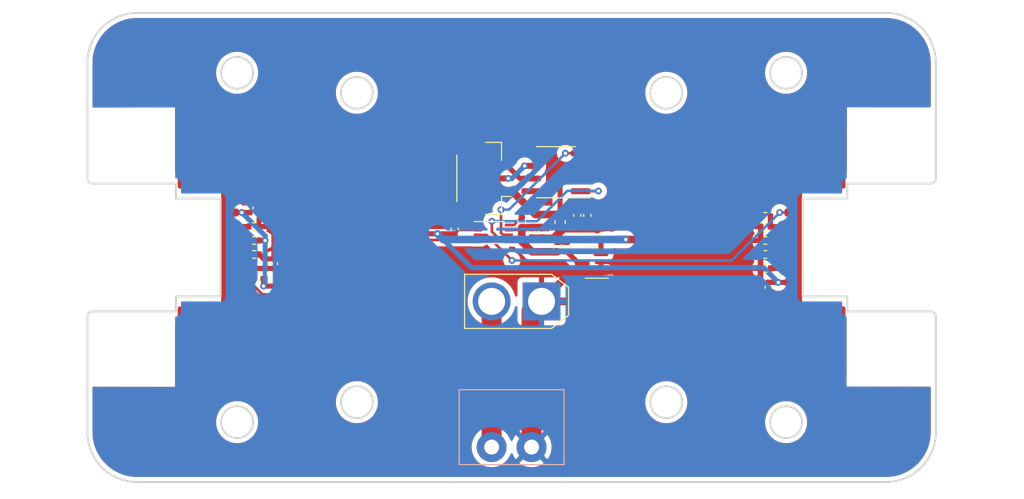
<source format=kicad_pcb>
(kicad_pcb (version 20211014) (generator pcbnew)
  (layers (0 "F.Cu" signal) (31 "B.Cu" signal) (34 "B.Paste" user) (35 "F.Paste" user) (36 "B.SilkS" user "B.Silkscreen") (37 "F.SilkS" user "F.Silkscreen") (38 "B.Mask" user) (39 "F.Mask" user) (44 "Edge.Cuts" user))
  (net 0 "")
  (net 1 "GND")
  (net 2 "+1V8")
  (net 3 "Net-(C2-Pad1)")
  (net 4 "CANFD_L")
  (net 5 "Net-(C7-Pad1)")
  (net 6 "+24V")
  (net 7 "CANFD_H")
  (net 8 "+5V")
  (net 9 "Net-(C17-Pad1)")
  (net 10 "Net-(R1-Pad2)")
  (net 11 "Net-(R2-Pad1)")
  (net 12 "Net-(R4-Pad1)")
  (net 13 "Net-(R6-Pad2)")
  (net 14 "Net-(R7-Pad1)")
  (net 15 "Net-(R8-Pad2)")
  (net 16 "Net-(R12-Pad1)")
  (net 19 "RX_1V8")
  (net 22 "CANFD_TX")
  (net 23 "CANFD_RX")
  (net 28 "TX_1V8")
  (footprint "Capacitor_SMD:C_0402_1005Metric" (layer "F.Cu") (at 102.03 58.48 -90)
    (fp_text reference "C23" hide)
    (fp_text value "10uf/50V/0402" hide)
    (fp_line (start -0.107836 0.36) (end 0.107836 0.36) (layer "F.SilkS") (width 0.12))
    (fp_line (start -0.107836 -0.36) (end 0.107836 -0.36) (layer "F.SilkS") (width 0.12))
    (pad "1" smd roundrect (at -0.48 0 270) (size 0.56 0.62) (layers "F.Cu" "F.Paste" "F.Mask") (net 8 "+5V"))
    (pad "2" smd roundrect (at 0.48 0 270) (size 0.56 0.62) (layers "F.Cu" "F.Paste" "F.Mask") (net 1 "GND"))
  )
  (footprint "Resistor_SMD:R_0402_1005Metric" (layer "F.Cu") (at 101.02 57.49 -90)
    (fp_text reference "R12" hide)
    (fp_text value "1k/0402" hide)
    (fp_line (start -0.153641 -0.38) (end 0.153641 -0.38) (layer "F.SilkS") (width 0.12))
    (fp_line (start -0.153641 0.38) (end 0.153641 0.38) (layer "F.SilkS") (width 0.12))
    (pad "1" smd roundrect (at -0.51 0 270) (size 0.54 0.64) (layers "F.Cu" "F.Paste" "F.Mask") (net 16 "Net-(R12-Pad1)"))
    (pad "2" smd roundrect (at 0.51 0 270) (size 0.54 0.64) (layers "F.Cu" "F.Paste" "F.Mask") (net 8 "+5V"))
  )
  (footprint "Resistor_SMD:R_0402_1005Metric" (layer "F.Cu") (at 75.15 62.61 -90)
    (fp_text reference "R3" hide)
    (fp_text value "1k/0402" hide)
    (fp_line (start -0.153641 -0.38) (end 0.153641 -0.38) (layer "F.SilkS") (width 0.12))
    (fp_line (start -0.153641 0.38) (end 0.153641 0.38) (layer "F.SilkS") (width 0.12))
    (pad "1" smd roundrect (at -0.51 0 270) (size 0.54 0.64) (layers "F.Cu" "F.Paste" "F.Mask") (net 3 "Net-(C2-Pad1)"))
    (pad "2" smd roundrect (at 0.51 0 270) (size 0.54 0.64) (layers "F.Cu" "F.Paste" "F.Mask") (net 2 "+1V8"))
  )
  (footprint "Package_SO:SOIC-8_3.9x4.9mm_P1.27mm" (layer "F.Cu") (at 104.44 52.46 180)
    (fp_text reference "U2" hide)
    (fp_text value "TJA1042T" hide)
    (fp_line (start 0 2.56) (end 1.95 2.56) (layer "F.SilkS") (width 0.12))
    (fp_line (start 0 2.56) (end -1.95 2.56) (layer "F.SilkS") (width 0.12))
    (fp_line (start 0 -2.56) (end -3.45 -2.56) (layer "F.SilkS") (width 0.12))
    (fp_line (start 0 -2.56) (end 1.95 -2.56) (layer "F.SilkS") (width 0.12))
    (pad "1" smd roundrect (at -2.475 -1.905 180) (size 1.95 0.6) (layers "F.Cu" "F.Paste" "F.Mask") (net 22 "CANFD_TX"))
    (pad "2" smd roundrect (at -2.475 -0.635 180) (size 1.95 0.6) (layers "F.Cu" "F.Paste" "F.Mask") (net 1 "GND"))
    (pad "3" smd roundrect (at -2.475 0.635 180) (size 1.95 0.6) (layers "F.Cu" "F.Paste" "F.Mask") (net 8 "+5V"))
    (pad "4" smd roundrect (at -2.475 1.905 180) (size 1.95 0.6) (layers "F.Cu" "F.Paste" "F.Mask") (net 23 "CANFD_RX"))
    (pad "5" smd roundrect (at 2.475 1.905 180) (size 1.95 0.6) (layers "F.Cu" "F.Paste" "F.Mask"))
    (pad "6" smd roundrect (at 2.475 0.635 180) (size 1.95 0.6) (layers "F.Cu" "F.Paste" "F.Mask") (net 4 "CANFD_L"))
    (pad "7" smd roundrect (at 2.475 -0.635 180) (size 1.95 0.6) (layers "F.Cu" "F.Paste" "F.Mask") (net 7 "CANFD_H"))
    (pad "8" smd roundrect (at 2.475 -1.905 180) (size 1.95 0.6) (layers "F.Cu" "F.Paste" "F.Mask"))
  )
  (footprint "Resistor_SMD:R_0402_1005Metric" (layer "F.Cu") (at 74.21 60.7)
    (fp_text reference "R2" hide)
    (fp_text value "1k/0402" hide)
    (fp_line (start -0.153641 0.38) (end 0.153641 0.38) (layer "F.SilkS") (width 0.12))
    (fp_line (start -0.153641 -0.38) (end 0.153641 -0.38) (layer "F.SilkS") (width 0.12))
    (pad "1" smd roundrect (at -0.51 0) (size 0.54 0.64) (layers "F.Cu" "F.Paste" "F.Mask") (net 11 "Net-(R2-Pad1)"))
    (pad "2" smd roundrect (at 0.51 0) (size 0.54 0.64) (layers "F.Cu" "F.Paste" "F.Mask") (net 1 "GND"))
  )
  (footprint "Capacitor_SMD:C_0402_1005Metric" (layer "F.Cu") (at 104.57 59.95 90)
    (fp_text reference "C14" hide)
    (fp_text value "10uf/50V/0402" hide)
    (fp_line (start -0.107836 -0.36) (end 0.107836 -0.36) (layer "F.SilkS") (width 0.12))
    (fp_line (start -0.107836 0.36) (end 0.107836 0.36) (layer "F.SilkS") (width 0.12))
    (pad "1" smd roundrect (at -0.48 0 90) (size 0.56 0.62) (layers "F.Cu" "F.Paste" "F.Mask") (net 8 "+5V"))
    (pad "2" smd roundrect (at 0.48 0 90) (size 0.56 0.62) (layers "F.Cu" "F.Paste" "F.Mask") (net 1 "GND"))
  )
  (footprint "Resistor_SMD:R_0402_1005Metric" (layer "F.Cu") (at 125.42 56.88 180)
    (fp_text reference "R9" hide)
    (fp_text value "1k/0402" hide)
    (fp_line (start -0.153641 -0.38) (end 0.153641 -0.38) (layer "F.SilkS") (width 0.12))
    (fp_line (start -0.153641 0.38) (end 0.153641 0.38) (layer "F.SilkS") (width 0.12))
    (pad "1" smd roundrect (at -0.51 0 180) (size 0.54 0.64) (layers "F.Cu" "F.Paste" "F.Mask") (net 5 "Net-(C7-Pad1)"))
    (pad "2" smd roundrect (at 0.51 0 180) (size 0.54 0.64) (layers "F.Cu" "F.Paste" "F.Mask") (net 2 "+1V8"))
  )
  (footprint "Capacitor_SMD:C_0402_1005Metric" (layer "F.Cu") (at 125.44 57.91 180)
    (fp_text reference "C7" hide)
    (fp_text value "10uf/50V/0402" hide)
    (fp_line (start -0.107836 0.36) (end 0.107836 0.36) (layer "F.SilkS") (width 0.12))
    (fp_line (start -0.107836 -0.36) (end 0.107836 -0.36) (layer "F.SilkS") (width 0.12))
    (pad "1" smd roundrect (at -0.48 0 180) (size 0.56 0.62) (layers "F.Cu" "F.Paste" "F.Mask") (net 5 "Net-(C7-Pad1)"))
    (pad "2" smd roundrect (at 0.48 0 180) (size 0.56 0.62) (layers "F.Cu" "F.Paste" "F.Mask") (net 1 "GND"))
  )
  (footprint "Inductor_SMD:L_0402_1005Metric" (layer "F.Cu") (at 110.08 59.2)
    (fp_text reference "L2" hide)
    (fp_text value "LQW15AN1N3D10D" hide)
    (pad "1" smd roundrect (at -0.485 0) (size 0.59 0.64) (layers "F.Cu" "F.Paste" "F.Mask") (net 9 "Net-(C17-Pad1)"))
    (pad "2" smd roundrect (at 0.485 0) (size 0.59 0.64) (layers "F.Cu" "F.Paste" "F.Mask") (net 2 "+1V8"))
  )
  (footprint "Capacitor_SMD:C_0402_1005Metric" (layer "F.Cu") (at 105.55 59.95 90)
    (fp_text reference "C15" hide)
    (fp_text value "100nF/50V/0402" hide)
    (fp_line (start -0.107836 0.36) (end 0.107836 0.36) (layer "F.SilkS") (width 0.12))
    (fp_line (start -0.107836 -0.36) (end 0.107836 -0.36) (layer "F.SilkS") (width 0.12))
    (pad "1" smd roundrect (at -0.48 0 90) (size 0.56 0.62) (layers "F.Cu" "F.Paste" "F.Mask") (net 8 "+5V"))
    (pad "2" smd roundrect (at 0.48 0 90) (size 0.56 0.62) (layers "F.Cu" "F.Paste" "F.Mask") (net 1 "GND"))
  )
  (footprint "Rolling_Custom:SKA2P1" (layer "F.Cu") (at 135 60 90)
    (fp_text reference "U3" hide)
    (fp_text value "SKA2P1_RX" hide)
    (fp_line (start 4.9 -5.85) (end 4.9 -1.37) (layer "Edge.Cuts") (width 0.2))
    (fp_line (start 4.9 -1.37) (end 6.4 -1.37) (layer "Edge.Cuts") (width 0.2))
    (fp_line (start -6.4 -1.37) (end -6.4 7) (layer "Edge.Cuts") (width 0.2))
    (fp_line (start -4.9 -1.37) (end -6.4 -1.37) (layer "Edge.Cuts") (width 0.2))
    (fp_line (start -4.9 -5.85) (end 4.9 -5.85) (layer "Edge.Cuts") (width 0.2))
    (fp_line (start 6.4 -1.37) (end 6.4 7) (layer "Edge.Cuts") (width 0.2))
    (fp_line (start -4.9 -5.85) (end -4.9 -1.37) (layer "Edge.Cuts") (width 0.2))
    (pad "1" smd roundrect (at 6.45 -1.95 90) (size 1.1 0.8) (layers "F.Cu" "F.Paste" "F.Mask") (net 1 "GND"))
    (pad "2" smd roundrect (at 6.45 -3.35 90) (size 1.1 0.8) (layers "F.Cu" "F.Paste" "F.Mask"))
    (pad "3" smd roundrect (at 6.45 -4.75 90) (size 1.1 0.8) (layers "F.Cu" "F.Paste" "F.Mask"))
    (pad "4" smd roundrect (at 6.45 -6.15 90) (size 1.1 0.8) (layers "F.Cu" "F.Paste" "F.Mask") (net 1 "GND"))
    (pad "5" smd roundrect (at 3.5 -7.1 180) (size 1.1 0.8) (layers "F.Cu" "F.Paste" "F.Mask") (net 28 "TX_1V8"))
    (pad "6" smd roundrect (at 2.1 -7.1 180) (size 1.1 0.8) (layers "F.Cu" "F.Paste" "F.Mask") (net 5 "Net-(C7-Pad1)"))
    (pad "7" smd roundrect (at 0.7 -7.1 180) (size 1.1 0.8) (layers "F.Cu" "F.Paste" "F.Mask") (net 14 "Net-(R7-Pad1)"))
    (pad "8" smd roundrect (at -0.7 -7.1 180) (size 1.1 0.8) (layers "F.Cu" "F.Paste" "F.Mask") (net 15 "Net-(R8-Pad2)"))
    (pad "9" smd roundrect (at -2.1 -7.1 180) (size 1.1 0.8) (layers "F.Cu" "F.Paste" "F.Mask") (net 13 "Net-(R6-Pad2)"))
    (pad "10" smd roundrect (at -3.5 -7.1 180) (size 1.1 0.8) (layers "F.Cu" "F.Paste" "F.Mask") (net 2 "+1V8"))
    (pad "11" smd roundrect (at -6.45 -6.15 90) (size 1.1 0.8) (layers "F.Cu" "F.Paste" "F.Mask") (net 1 "GND"))
    (pad "12" smd roundrect (at -6.45 -4.75 90) (size 1.1 0.8) (layers "F.Cu" "F.Paste" "F.Mask"))
    (pad "13" smd roundrect (at -6.45 -3.35 90) (size 1.1 0.8) (layers "F.Cu" "F.Paste" "F.Mask"))
    (pad "14" smd roundrect (at -6.45 -1.95 90) (size 1.1 0.8) (layers "F.Cu" "F.Paste" "F.Mask") (net 1 "GND"))
  )
  (footprint "Capacitor_SMD:C_0402_1005Metric" (layer "F.Cu") (at 94.3 58.15 90)
    (fp_text reference "C13" hide)
    (fp_text value "100nF/50V/0402" hide)
    (fp_line (start -0.107836 -0.36) (end 0.107836 -0.36) (layer "F.SilkS") (width 0.12))
    (fp_line (start -0.107836 0.36) (end 0.107836 0.36) (layer "F.SilkS") (width 0.12))
    (pad "1" smd roundrect (at -0.48 0 90) (size 0.56 0.62) (layers "F.Cu" "F.Paste" "F.Mask") (net 2 "+1V8"))
    (pad "2" smd roundrect (at 0.48 0 90) (size 0.56 0.62) (layers "F.Cu" "F.Paste" "F.Mask") (net 1 "GND"))
  )
  (footprint "Rolling_Custom:SKA2P1" (layer "F.Cu") (at 65 60 -90)
    (fp_text reference "U1" hide)
    (fp_text value "SKA2P1_TX" hide)
    (fp_line (start -6.4 -1.37) (end -6.4 7) (layer "Edge.Cuts") (width 0.2))
    (fp_line (start 4.9 -1.37) (end 6.4 -1.37) (layer "Edge.Cuts") (width 0.2))
    (fp_line (start 6.4 -1.37) (end 6.4 7) (layer "Edge.Cuts") (width 0.2))
    (fp_line (start -4.9 -5.85) (end 4.9 -5.85) (layer "Edge.Cuts") (width 0.2))
    (fp_line (start -4.9 -1.37) (end -6.4 -1.37) (layer "Edge.Cuts") (width 0.2))
    (fp_line (start -4.9 -5.85) (end -4.9 -1.37) (layer "Edge.Cuts") (width 0.2))
    (fp_line (start 4.9 -5.85) (end 4.9 -1.37) (layer "Edge.Cuts") (width 0.2))
    (pad "1" smd roundrect (at 6.45 -1.95 270) (size 1.1 0.8) (layers "F.Cu" "F.Paste" "F.Mask") (net 1 "GND"))
    (pad "2" smd roundrect (at 6.45 -3.35 270) (size 1.1 0.8) (layers "F.Cu" "F.Paste" "F.Mask"))
    (pad "3" smd roundrect (at 6.45 -4.75 270) (size 1.1 0.8) (layers "F.Cu" "F.Paste" "F.Mask"))
    (pad "4" smd roundrect (at 6.45 -6.15 270) (size 1.1 0.8) (layers "F.Cu" "F.Paste" "F.Mask") (net 1 "GND"))
    (pad "5" smd roundrect (at 3.5 -7.1) (size 1.1 0.8) (layers "F.Cu" "F.Paste" "F.Mask") (net 19 "RX_1V8"))
    (pad "6" smd roundrect (at 2.1 -7.1) (size 1.1 0.8) (layers "F.Cu" "F.Paste" "F.Mask") (net 3 "Net-(C2-Pad1)"))
    (pad "7" smd roundrect (at 0.7 -7.1) (size 1.1 0.8) (layers "F.Cu" "F.Paste" "F.Mask") (net 11 "Net-(R2-Pad1)"))
    (pad "8" smd roundrect (at -0.7 -7.1) (size 1.1 0.8) (layers "F.Cu" "F.Paste" "F.Mask") (net 12 "Net-(R4-Pad1)"))
    (pad "9" smd roundrect (at -2.1 -7.1) (size 1.1 0.8) (layers "F.Cu" "F.Paste" "F.Mask") (net 10 "Net-(R1-Pad2)"))
    (pad "10" smd roundrect (at -3.5 -7.1) (size 1.1 0.8) (layers "F.Cu" "F.Paste" "F.Mask") (net 2 "+1V8"))
    (pad "11" smd roundrect (at -6.45 -6.15 270) (size 1.1 0.8) (layers "F.Cu" "F.Paste" "F.Mask") (net 1 "GND"))
    (pad "12" smd roundrect (at -6.45 -4.75 270) (size 1.1 0.8) (layers "F.Cu" "F.Paste" "F.Mask"))
    (pad "13" smd roundrect (at -6.45 -3.35 270) (size 1.1 0.8) (layers "F.Cu" "F.Paste" "F.Mask"))
    (pad "14" smd roundrect (at -6.45 -1.95 270) (size 1.1 0.8) (layers "F.Cu" "F.Paste" "F.Mask") (net 1 "GND"))
  )
  (footprint "Resistor_SMD:R_0402_1005Metric" (layer "F.Cu") (at 125.42 59.3 180)
    (fp_text reference "R7" hide)
    (fp_text value "1k/0402" hide)
    (fp_line (start -0.153641 0.38) (end 0.153641 0.38) (layer "F.SilkS") (width 0.12))
    (fp_line (start -0.153641 -0.38) (end 0.153641 -0.38) (layer "F.SilkS") (width 0.12))
    (pad "1" smd roundrect (at -0.51 0 180) (size 0.54 0.64) (layers "F.Cu" "F.Paste" "F.Mask") (net 14 "Net-(R7-Pad1)"))
    (pad "2" smd roundrect (at 0.51 0 180) (size 0.54 0.64) (layers "F.Cu" "F.Paste" "F.Mask") (net 1 "GND"))
  )
  (footprint "Capacitor_SMD:C_0402_1005Metric" (layer "F.Cu") (at 106.57 58.7 90)
    (fp_text reference "C17" hide)
    (fp_text value "10uf/50V/0402" hide)
    (fp_line (start -0.107836 -0.36) (end 0.107836 -0.36) (layer "F.SilkS") (width 0.12))
    (fp_line (start -0.107836 0.36) (end 0.107836 0.36) (layer "F.SilkS") (width 0.12))
    (pad "1" smd roundrect (at -0.48 0 90) (size 0.56 0.62) (layers "F.Cu" "F.Paste" "F.Mask") (net 9 "Net-(C17-Pad1)"))
    (pad "2" smd roundrect (at 0.48 0 90) (size 0.56 0.62) (layers "F.Cu" "F.Paste" "F.Mask") (net 1 "GND"))
  )
  (footprint "Capacitor_SMD:C_0402_1005Metric" (layer "F.Cu") (at 107.58 58.7 90)
    (fp_text reference "C18" hide)
    (fp_text value "100nF/50V/0402" hide)
    (fp_line (start -0.107836 -0.36) (end 0.107836 -0.36) (layer "F.SilkS") (width 0.12))
    (fp_line (start -0.107836 0.36) (end 0.107836 0.36) (layer "F.SilkS") (width 0.12))
    (pad "1" smd roundrect (at -0.48 0 90) (size 0.56 0.62) (layers "F.Cu" "F.Paste" "F.Mask") (net 9 "Net-(C17-Pad1)"))
    (pad "2" smd roundrect (at 0.48 0 90) (size 0.56 0.62) (layers "F.Cu" "F.Paste" "F.Mask") (net 1 "GND"))
  )
  (footprint "Capacitor_SMD:C_0402_1005Metric" (layer "F.Cu") (at 125.76 63.98 -90)
    (fp_text reference "C3" hide)
    (fp_text value "100nF/50V/0402" hide)
    (fp_line (start -0.107836 0.36) (end 0.107836 0.36) (layer "F.SilkS") (width 0.12))
    (fp_line (start -0.107836 -0.36) (end 0.107836 -0.36) (layer "F.SilkS") (width 0.12))
    (pad "1" smd roundrect (at -0.48 0 270) (size 0.56 0.62) (layers "F.Cu" "F.Paste" "F.Mask") (net 2 "+1V8"))
    (pad "2" smd roundrect (at 0.48 0 270) (size 0.56 0.62) (layers "F.Cu" "F.Paste" "F.Mask") (net 1 "GND"))
  )
  (footprint "Resistor_SMD:R_0402_1005Metric" (layer "F.Cu") (at 74.19 57.9 180)
    (fp_text reference "R1" hide)
    (fp_text value "1k/0402" hide)
    (fp_line (start -0.153641 0.38) (end 0.153641 0.38) (layer "F.SilkS") (width 0.12))
    (fp_line (start -0.153641 -0.38) (end 0.153641 -0.38) (layer "F.SilkS") (width 0.12))
    (pad "1" smd roundrect (at -0.51 0 180) (size 0.54 0.64) (layers "F.Cu" "F.Paste" "F.Mask") (net 1 "GND"))
    (pad "2" smd roundrect (at 0.51 0 180) (size 0.54 0.64) (layers "F.Cu" "F.Paste" "F.Mask") (net 10 "Net-(R1-Pad2)"))
  )
  (footprint "Connector_JST:JST_GH_BM03B-GHS-TBT_1x03-1MP_P1.25mm_Vertical" (layer "F.Cu") (at 97.13 53.08 90)
    (fp_text reference "J3" hide)
    (fp_text value "CANFD_In" hide)
    (fp_line (start 3.61 1.86) (end 1.81 1.86) (layer "F.SilkS") (width 0.12))
    (fp_line (start -1.81 1.86) (end -1.81 2.8) (layer "F.SilkS") (width 0.12))
    (fp_line (start -3.61 0.26) (end -3.61 1.86) (layer "F.SilkS") (width 0.12))
    (fp_line (start 3.61 0.26) (end 3.61 1.86) (layer "F.SilkS") (width 0.12))
    (fp_line (start -3.61 1.86) (end -1.81 1.86) (layer "F.SilkS") (width 0.12))
    (fp_line (start -2.34 -2.61) (end 2.34 -2.61) (layer "F.SilkS") (width 0.12))
    (pad "1" smd roundrect locked (at -1.25 1.95 90) (size 0.6 1.7) (layers "F.Cu" "F.Paste" "F.Mask") (net 8 "+5V"))
    (pad "2" smd roundrect locked (at 0 1.95 90) (size 0.6 1.7) (layers "F.Cu" "F.Paste" "F.Mask") (net 4 "CANFD_L"))
    (pad "3" smd roundrect locked (at 1.25 1.95 90) (size 0.6 1.7) (layers "F.Cu" "F.Paste" "F.Mask") (net 7 "CANFD_H"))
    (pad "MP" smd roundrect locked (at 3.1 -1.4 90) (size 1 2.8) (layers "F.Cu" "F.Paste" "F.Mask") (net 1 "GND"))
    (pad "MP" smd roundrect locked (at -3.1 -1.4 90) (size 1 2.8) (layers "F.Cu" "F.Paste" "F.Mask") (net 1 "GND"))
  )
  (footprint "Capacitor_SMD:C_0603_1608Metric" (layer "F.Cu") (at 104.86 57.47 -90)
    (fp_text reference "C8" hide)
    (fp_text value "47uf/50V/0603" hide)
    (fp_line (start -0.14058 0.51) (end 0.14058 0.51) (layer "F.SilkS") (width 0.12))
    (fp_line (start -0.14058 -0.51) (end 0.14058 -0.51) (layer "F.SilkS") (width 0.12))
    (pad "1" smd roundrect (at -0.775 0 270) (size 0.9 0.95) (layers "F.Cu" "F.Paste" "F.Mask") (net 8 "+5V"))
    (pad "2" smd roundrect (at 0.775 0 270) (size 0.9 0.95) (layers "F.Cu" "F.Paste" "F.Mask") (net 1 "GND"))
  )
  (footprint "Capacitor_SMD:C_0402_1005Metric" (layer "F.Cu") (at 107.59 56.78 -90)
    (fp_text reference "C5" hide)
    (fp_text value "100nF/50V/0402" hide)
    (fp_line (start -0.107836 -0.36) (end 0.107836 -0.36) (layer "F.SilkS") (width 0.12))
    (fp_line (start -0.107836 0.36) (end 0.107836 0.36) (layer "F.SilkS") (width 0.12))
    (pad "1" smd roundrect (at -0.48 0 270) (size 0.56 0.62) (layers "F.Cu" "F.Paste" "F.Mask") (net 8 "+5V"))
    (pad "2" smd roundrect (at 0.48 0 270) (size 0.56 0.62) (layers "F.Cu" "F.Paste" "F.Mask") (net 1 "GND"))
  )
  (footprint "Resistor_SMD:R_0402_1005Metric" (layer "F.Cu") (at 125.42 62.1)
    (fp_text reference "R6" hide)
    (fp_text value "1k/0402" hide)
    (fp_line (start -0.153641 0.38) (end 0.153641 0.38) (layer "F.SilkS") (width 0.12))
    (fp_line (start -0.153641 -0.38) (end 0.153641 -0.38) (layer "F.SilkS") (width 0.12))
    (pad "1" smd roundrect (at -0.51 0) (size 0.54 0.64) (layers "F.Cu" "F.Paste" "F.Mask") (net 1 "GND"))
    (pad "2" smd roundrect (at 0.51 0) (size 0.54 0.64) (layers "F.Cu" "F.Paste" "F.Mask") (net 13 "Net-(R6-Pad2)"))
  )
  (footprint "Package_TO_SOT_SMD:SOT-23" (layer "F.Cu") (at 108.02 61.52 180)
    (fp_text reference "U5" hide)
    (fp_text value "XC6206P182MR" hide)
    (fp_line (start 0 1.56) (end 0.65 1.56) (layer "F.SilkS") (width 0.12))
    (fp_line (start 0 -1.56) (end -1.675 -1.56) (layer "F.SilkS") (width 0.12))
    (fp_line (start 0 1.56) (end -0.65 1.56) (layer "F.SilkS") (width 0.12))
    (fp_line (start 0 -1.56) (end 0.65 -1.56) (layer "F.SilkS") (width 0.12))
    (pad "1" smd roundrect (at -0.9375 -0.95 180) (size 1.475 0.6) (layers "F.Cu" "F.Paste" "F.Mask") (net 1 "GND"))
    (pad "2" smd roundrect (at -0.9375 0.95 180) (size 1.475 0.6) (layers "F.Cu" "F.Paste" "F.Mask") (net 9 "Net-(C17-Pad1)"))
    (pad "3" smd roundrect (at 0.9375 0 180) (size 1.475 0.6) (layers "F.Cu" "F.Paste" "F.Mask") (net 8 "+5V"))
  )
  (footprint "Connector_AMASS:AMASS_XT30U-M_1x02_P5.0mm_Vertical" (layer "F.Cu") (at 103 65.4 180)
    (fp_text reference "J2" hide)
    (fp_text value "PowerIn" hide)
    (fp_line (start -2.71 1.41) (end -1.01 2.71) (layer "F.SilkS") (width 0.12))
    (fp_line (start 7.71 -2.71) (end 7.71 2.71) (layer "F.SilkS") (width 0.12))
    (fp_line (start -1.01 2.71) (end 7.71 2.71) (layer "F.SilkS") (width 0.12))
    (fp_line (start -1.01 -2.71) (end 7.71 -2.71) (layer "F.SilkS") (width 0.12))
    (fp_line (start -2.71 -1.41) (end -1.01 -2.71) (layer "F.SilkS") (width 0.12))
    (fp_line (start -2.71 -1.41) (end -2.71 1.41) (layer "F.SilkS") (width 0.12))
    (pad "1" thru_hole rect (at 0 0 180) (size 3.8 3.8) (drill 2.7) (layers *.Cu *.Mask) (net 1 "GND"))
    (pad "2" thru_hole circle (at 5 0 180) (size 3.8 3.8) (drill 2.7) (layers *.Cu *.Mask) (net 6 "+24V"))
  )
  (footprint "Capacitor_SMD:C_0402_1005Metric" (layer "F.Cu") (at 108.58 58.7 90)
    (fp_text reference "C19" hide)
    (fp_text value "22uF/6.3V/0402" hide)
    (fp_line (start -0.107836 0.36) (end 0.107836 0.36) (layer "F.SilkS") (width 0.12))
    (fp_line (start -0.107836 -0.36) (end 0.107836 -0.36) (layer "F.SilkS") (width 0.12))
    (pad "1" smd roundrect (at -0.48 0 90) (size 0.56 0.62) (layers "F.Cu" "F.Paste" "F.Mask") (net 9 "Net-(C17-Pad1)"))
    (pad "2" smd roundrect (at 0.48 0 90) (size 0.56 0.62) (layers "F.Cu" "F.Paste" "F.Mask") (net 1 "GND"))
  )
  (footprint "Capacitor_SMD:C_0402_1005Metric" (layer "F.Cu") (at 106.58 56.78 -90)
    (fp_text reference "C4" hide)
    (fp_text value "10uf/50V/0402" hide)
    (fp_line (start -0.107836 -0.36) (end 0.107836 -0.36) (layer "F.SilkS") (width 0.12))
    (fp_line (start -0.107836 0.36) (end 0.107836 0.36) (layer "F.SilkS") (width 0.12))
    (pad "1" smd roundrect (at -0.48 0 270) (size 0.56 0.62) (layers "F.Cu" "F.Paste" "F.Mask") (net 8 "+5V"))
    (pad "2" smd roundrect (at 0.48 0 270) (size 0.56 0.62) (layers "F.Cu" "F.Paste" "F.Mask") (net 1 "GND"))
  )
  (footprint "Resistor_SMD:R_0402_1005Metric" (layer "F.Cu") (at 74.2 59.3)
    (fp_text reference "R4" hide)
    (fp_text value "1k/0402" hide)
    (fp_line (start -0.153641 0.38) (end 0.153641 0.38) (layer "F.SilkS") (width 0.12))
    (fp_line (start -0.153641 -0.38) (end 0.153641 -0.38) (layer "F.SilkS") (width 0.12))
    (pad "1" smd roundrect (at -0.51 0) (size 0.54 0.64) (layers "F.Cu" "F.Paste" "F.Mask") (net 12 "Net-(R4-Pad1)"))
    (pad "2" smd roundrect (at 0.51 0) (size 0.54 0.64) (layers "F.Cu" "F.Paste" "F.Mask") (net 2 "+1V8"))
  )
  (footprint "Resistor_SMD:R_0402_1005Metric" (layer "F.Cu") (at 125.42 60.7)
    (fp_text reference "R8" hide)
    (fp_text value "1k/0402" hide)
    (fp_line (start -0.153641 -0.38) (end 0.153641 -0.38) (layer "F.SilkS") (width 0.12))
    (fp_line (start -0.153641 0.38) (end 0.153641 0.38) (layer "F.SilkS") (width 0.12))
    (pad "1" smd roundrect (at -0.51 0) (size 0.54 0.64) (layers "F.Cu" "F.Paste" "F.Mask") (net 1 "GND"))
    (pad "2" smd roundrect (at 0.51 0) (size 0.54 0.64) (layers "F.Cu" "F.Paste" "F.Mask") (net 15 "Net-(R8-Pad2)"))
  )
  (footprint "Capacitor_SMD:C_0402_1005Metric" (layer "F.Cu") (at 73.74 56.02 90)
    (fp_text reference "C1" hide)
    (fp_text value "100nF/50V/0402" hide)
    (fp_line (start -0.107836 0.36) (end 0.107836 0.36) (layer "F.SilkS") (width 0.12))
    (fp_line (start -0.107836 -0.36) (end 0.107836 -0.36) (layer "F.SilkS") (width 0.12))
    (pad "1" smd roundrect (at -0.48 0 90) (size 0.56 0.62) (layers "F.Cu" "F.Paste" "F.Mask") (net 2 "+1V8"))
    (pad "2" smd roundrect (at 0.48 0 90) (size 0.56 0.62) (layers "F.Cu" "F.Paste" "F.Mask") (net 1 "GND"))
  )
  (footprint "Capacitor_SMD:C_0402_1005Metric" (layer "F.Cu") (at 103.04 58.48 -90)
    (fp_text reference "C21" hide)
    (fp_text value "100nF/50V/0402" hide)
    (fp_line (start -0.107836 0.36) (end 0.107836 0.36) (layer "F.SilkS") (width 0.12))
    (fp_line (start -0.107836 -0.36) (end 0.107836 -0.36) (layer "F.SilkS") (width 0.12))
    (pad "1" smd roundrect (at -0.48 0 270) (size 0.56 0.62) (layers "F.Cu" "F.Paste" "F.Mask") (net 8 "+5V"))
    (pad "2" smd roundrect (at 0.48 0 270) (size 0.56 0.62) (layers "F.Cu" "F.Paste" "F.Mask") (net 1 "GND"))
  )
  (footprint "Capacitor_SMD:C_0402_1005Metric" (layer "F.Cu") (at 76.19 61.62 90)
    (fp_text reference "C2" hide)
    (fp_text value "10uf/50V/0402" hide)
    (fp_line (start -0.107836 0.36) (end 0.107836 0.36) (layer "F.SilkS") (width 0.12))
    (fp_line (start -0.107836 -0.36) (end 0.107836 -0.36) (layer "F.SilkS") (width 0.12))
    (pad "1" smd roundrect (at -0.48 0 90) (size 0.56 0.62) (layers "F.Cu" "F.Paste" "F.Mask") (net 3 "Net-(C2-Pad1)"))
    (pad "2" smd roundrect (at 0.48 0 90) (size 0.56 0.62) (layers "F.Cu" "F.Paste" "F.Mask") (net 1 "GND"))
  )
  (footprint "Package_SO:VSSOP-8_2.3x2mm_P0.5mm" (layer "F.Cu") (at 98.17 58.5)
    (fp_text reference "U6" hide)
    (fp_text value "LSF0102DCUR" hide)
    (fp_line (start 1.1 -1.1) (end -1.9 -1.1) (layer "F.SilkS") (width 0.12))
    (fp_line (start 1.1 1.1) (end -1.1 1.1) (layer "F.SilkS") (width 0.12))
    (pad "1" smd rect (at -1.55 -0.75 270) (size 0.3 0.8) (layers "F.Cu" "F.Paste" "F.Mask") (net 1 "GND"))
    (pad "2" smd rect (at -1.55 -0.25 270) (size 0.3 0.8) (layers "F.Cu" "F.Paste" "F.Mask") (net 2 "+1V8"))
    (pad "3" smd rect (at -1.55 0.25 270) (size 0.3 0.8) (layers "F.Cu" "F.Paste" "F.Mask") (net 28 "TX_1V8"))
    (pad "4" smd rect (at -1.55 0.75 270) (size 0.3 0.8) (layers "F.Cu" "F.Paste" "F.Mask") (net 19 "RX_1V8"))
    (pad "5" smd rect (at 1.55 0.75 270) (size 0.3 0.8) (layers "F.Cu" "F.Paste" "F.Mask") (net 22 "CANFD_TX"))
    (pad "6" smd rect (at 1.55 0.25 270) (size 0.3 0.8) (layers "F.Cu" "F.Paste" "F.Mask") (net 23 "CANFD_RX"))
    (pad "7" smd rect (at 1.55 -0.25 270) (size 0.3 0.8) (layers "F.Cu" "F.Paste" "F.Mask") (net 8 "+5V"))
    (pad "8" smd rect (at 1.55 -0.75 270) (size 0.3 0.8) (layers "F.Cu" "F.Paste" "F.Mask") (net 16 "Net-(R12-Pad1)"))
  )
  (footprint "Rolling_Custom:POGOPIN-E21160-ASB-2PIN" (layer "B.Cu") (at 100 80 180)
    (fp_text reference "J1" hide)
    (fp_text value "PowerOut" hide)
    (fp_rect (start -5.25 -1.75) (end 5.25 5.75) (layer "B.SilkS") (width 0.12) (fill none))
    (pad "1" thru_hole circle (at 2 0 180) (size 3 3) (drill 1.5) (layers *.Cu *.Mask) (net 6 "+24V"))
    (pad "2" thru_hole circle (at -2 0 180) (size 3 3) (drill 1.5) (layers *.Cu *.Mask) (net 1 "GND"))
  )
  (gr_line (start 142.5 78.5) (end 142.5 66.9) (layer "Edge.Cuts") (width 0.2))
  (gr_circle (center 127.5 77.5) (end 129.1 77.5) (layer "Edge.Cuts") (width 0.2) (fill none))
  (gr_arc (start 137.5 36.5) (mid 141.035534 37.964466) (end 142.5 41.5) (layer "Edge.Cuts") (width 0.2))
  (gr_arc (start 142 66.4) (mid 142.352023 66.547977) (end 142.5 66.9) (layer "Edge.Cuts") (width 0.2))
  (gr_circle (center 84.5 75.5) (end 86.1 75.5) (layer "Edge.Cuts") (width 0.2) (fill none))
  (gr_arc (start 142.5 78.5) (mid 141.035534 82.035534) (end 137.5 83.5) (layer "Edge.Cuts") (width 0.2))
  (gr_circle (center 72.5 77.5) (end 74.1 77.5) (layer "Edge.Cuts") (width 0.2) (fill none))
  (gr_arc (start 57.5 66.9) (mid 57.649393 66.549393) (end 58 66.4) (layer "Edge.Cuts") (width 0.2))
  (gr_arc (start 58 53.6) (mid 57.649964 53.457077) (end 57.5 53.11) (layer "Edge.Cuts") (width 0.2))
  (gr_line (start 142.5 53.11) (end 142.5 41.5) (layer "Edge.Cuts") (width 0.2))
  (gr_arc (start 142.5 53.11) (mid 142.348613 53.455626) (end 142 53.6) (layer "Edge.Cuts") (width 0.2))
  (gr_line (start 57.5 41.5) (end 57.5 53.11) (layer "Edge.Cuts") (width 0.2))
  (gr_circle (center 115.5 75.5) (end 117.1 75.5) (layer "Edge.Cuts") (width 0.2) (fill none))
  (gr_line (start 57.5 66.9) (end 57.5 78.5) (layer "Edge.Cuts") (width 0.2))
  (gr_arc (start 57.5 41.5) (mid 58.964466 37.964466) (end 62.5 36.5) (layer "Edge.Cuts") (width 0.2))
  (gr_line (start 137.5 83.5) (end 62.5 83.5) (layer "Edge.Cuts") (width 0.2))
  (gr_circle (center 72.5 42.5) (end 74.1 42.5) (layer "Edge.Cuts") (width 0.2) (fill none))
  (gr_circle (center 127.5 42.5) (end 129.1 42.5) (layer "Edge.Cuts") (width 0.2) (fill none))
  (gr_circle (center 84.5 44.5) (end 86.1 44.5) (layer "Edge.Cuts") (width 0.2) (fill none))
  (gr_circle (center 115.5 44.5) (end 117.1 44.5) (layer "Edge.Cuts") (width 0.2) (fill none))
  (gr_arc (start 62.5 83.5) (mid 58.964466 82.035534) (end 57.5 78.5) (layer "Edge.Cuts") (width 0.2))
  (gr_line (start 62.5 36.5) (end 137.5 36.5) (layer "Edge.Cuts") (width 0.2))
  (segment (start 71.15 66.45) (end 71.15 53.55) (width 0.508) (layer "F.Cu") (net 1))
  (segment (start 104.06 58.96) (end 104.57 59.47) (width 0.508) (layer "F.Cu") (net 1))
  (segment (start 105.93 62.47) (end 103 65.4) (width 0.762) (layer "F.Cu") (net 1))
  (segment (start 76.19 61.14) (end 76.19 57.903874) (width 0.508) (layer "F.Cu") (net 1))
  (segment (start 73.74 55.54) (end 73.14 55.54) (width 0.508) (layer "F.Cu") (net 1))
  (segment (start 104.57 59.47) (end 104.57 58.535) (width 0.508) (layer "F.Cu") (net 1))
  (segment (start 104.145 58.96) (end 104.86 58.245) (width 0.508) (layer "F.Cu") (net 1))
  (segment (start 66.95 53.55) (end 67.88052 52.61948) (width 0.508) (layer "F.Cu") (net 1))
  (segment (start 110.57 50.96) (end 110.57 53.21) (width 0.762) (layer "F.Cu") (net 1))
  (segment (start 96.62 57.75) (end 96.62 57.05) (width 0.254) (layer "F.Cu") (net 1))
  (segment (start 96.62 57.05) (end 95.74 56.17) (width 0.254) (layer "F.Cu") (net 1))
  (segment (start 127.75 66.45) (end 125.76 64.46) (width 0.508) (layer "F.Cu") (net 1))
  (segment (start 103 65.4) (end 124.82 65.4) (width 0.762) (layer "F.Cu") (net 1))
  (segment (start 128.85 66.45) (end 127.75 66.45) (width 0.508) (layer "F.Cu") (net 1))
  (segment (start 104.57 58.535) (end 104.86 58.245) (width 0.508) (layer "F.Cu") (net 1))
  (segment (start 76.19 57.903874) (end 73.826126 55.54) (width 0.508) (layer "F.Cu") (net 1))
  (segment (start 98.84 49.36) (end 108.97 49.36) (width 0.762) (layer "F.Cu") (net 1))
  (segment (start 132.11948 52.61948) (end 133.05 53.55) (width 0.508) (layer "F.Cu") (net 1))
  (segment (start 74.7 57.9) (end 76.186126 57.9) (width 0.508) (layer "F.Cu") (net 1))
  (segment (start 76.19 61.14) (end 75.16 61.14) (width 0.508) (layer "F.Cu") (net 1))
  (segment (start 67.88052 67.38052) (end 70.21948 67.38052) (width 0.508) (layer "F.Cu") (net 1))
  (segment (start 76.19 57.903874) (end 94.066126 57.903874) (width 0.508) (layer "F.Cu") (net 1))
  (segment (start 129.78052 67.38052) (end 132.11948 67.38052) (width 0.508) (layer "F.Cu") (net 1))
  (segment (start 106.58 57.26) (end 109.54 57.26) (width 0.762) (layer "F.Cu") (net 1))
  (segment (start 102.03 58.96) (end 104.06 58.96) (width 0.508) (layer "F.Cu") (net 1))
  (segment (start 104.86 58.245) (end 108.555 58.245) (width 0.508) (layer "F.Cu") (net 1))
  (segment (start 124.82 65.4) (end 125.76 64.46) (width 0.762) (layer "F.Cu") (net 1))
  (segment (start 132.11948 67.38052) (end 133.05 66.45) (width 0.508) (layer "F.Cu") (net 1))
  (segment (start 102 66.4) (end 103 65.4) (width 2) (layer "F.Cu") (net 1))
  (segment (start 106.915 53.095) (end 110.455 53.095) (width 0.508) (layer "F.Cu") (net 1))
  (segment (start 110.57 53.21) (end 110.57 56.23) (width 0.762) (layer "F.Cu") (net 1))
  (segment (start 75.16 61.14) (end 74.72 60.7) (width 0.508) (layer "F.Cu") (net 1))
  (segment (start 95.73 49.98) (end 98.22 49.98) (width 0.762) (layer "F.Cu") (net 1))
  (segment (start 128.85 53.55) (end 129.78052 52.61948) (width 0.508) (layer "F.Cu") (net 1))
  (segment (start 125.76 64.46) (end 125.673874 64.46) (width 0.508) (layer "F.Cu") (net 1))
  (segment (start 70.21948 67.38052) (end 71.15 66.45) (width 0.508) (layer "F.Cu") (net 1))
  (segment (start 94.3 57.61) (end 95.74 56.17) (width 0.508) (layer "F.Cu") (net 1))
  (segment (start 98.22 49.98) (end 98.84 49.36) (width 0.762) (layer "F.Cu") (net 1))
  (segment (start 108.97 49.36) (end 110.57 50.96) (width 0.762) (layer "F.Cu") (net 1))
  (segment (start 128.85 53.55) (end 128.85 66.45) (width 0.508) (layer "F.Cu") (net 1))
  (segment (start 129.78052 52.61948) (end 132.11948 52.61948) (width 0.508) (layer "F.Cu") (net 1))
  (segment (start 125.673874 64.46) (end 124.96 63.746126) (width 0.508) (layer "F.Cu") (net 1))
  (segment (start 67.88052 52.61948) (end 70.21948 52.61948) (width 0.508) (layer "F.Cu") (net 1))
  (segment (start 94.3 57.67) (end 94.3 57.61) (width 0.508) (layer "F.Cu") (net 1))
  (segment (start 124.96 63.746126) (end 124.96 57.91) (width 0.508) (layer "F.Cu") (net 1))
  (segment (start 110.57 56.23) (end 108.58 58.22) (width 0.762) (layer "F.Cu") (net 1))
  (segment (start 105.55 59.47) (end 104.57 59.47) (width 0.508) (layer "F.Cu") (net 1))
  (segment (start 66.95 66.45) (end 67.88052 67.38052) (width 0.508) (layer "F.Cu") (net 1))
  (segment (start 73.14 55.54) (end 71.15 53.55) (width 0.508) (layer "F.Cu") (net 1))
  (segment (start 128.85 66.45) (end 129.78052 67.38052) (width 0.508) (layer "F.Cu") (net 1))
  (segment (start 95.74 49.97) (end 95.74 56.17) (width 0.762) (layer "F.Cu") (net 1))
  (segment (start 102 80) (end 102 66.4) (width 2) (layer "F.Cu") (net 1))
  (segment (start 70.21948 52.61948) (end 71.15 53.55) (width 0.508) (layer "F.Cu") (net 1))
  (segment (start 108.9575 62.47) (end 105.93 62.47) (width 0.762) (layer "F.Cu") (net 1))
  (segment (start 73.826126 55.54) (end 73.74 55.54) (width 0.508) (layer "F.Cu") (net 1))
  (segment (start 94.066126 57.903874) (end 94.3 57.67) (width 0.508) (layer "F.Cu") (net 1))
  (segment (start 104.06 58.96) (end 104.145 58.96) (width 0.508) (layer "F.Cu") (net 1))
  (segment (start 76.186126 57.9) (end 76.19 57.903874) (width 0.508) (layer "F.Cu") (net 1))
  (segment (start 119.41 56.88) (end 124.91 56.88) (width 0.762) (layer "F.Cu") (net 2))
  (segment (start 72.97 56.5) (end 73.74 56.5) (width 0.508) (layer "F.Cu") (net 2))
  (segment (start 110.565 59.2) (end 111.44 59.2) (width 0.762) (layer "F.Cu") (net 2))
  (segment (start 125.76 63.5) (end 126.72 63.5) (width 0.508) (layer "F.Cu") (net 2))
  (segment (start 75.15 63.87) (end 77.12 63.87) (width 0.508) (layer "F.Cu") (net 2))
  (segment (start 94.68 58.25) (end 94.3 58.63) (width 0.254) (layer "F.Cu") (net 2))
  (segment (start 117.09 59.2) (end 119.41 56.88) (width 0.762) (layer "F.Cu") (net 2))
  (segment (start 111.44 59.2) (end 117.09 59.2) (width 0.762) (layer "F.Cu") (net 2))
  (segment (start 74.71 59.3) (end 75.31 59.3) (width 0.508) (layer "F.Cu") (net 2))
  (segment (start 75.15 63.12) (end 75.15 63.87) (width 0.508) (layer "F.Cu") (net 2))
  (segment (start 92.57 58.63) (end 94.3 58.63) (width 0.508) (layer "F.Cu") (net 2))
  (segment (start 96.62 58.25) (end 94.68 58.25) (width 0.254) (layer "F.Cu") (net 2))
  (segment (start 82.36 58.63) (end 92.57 58.63) (width 0.508) (layer "F.Cu") (net 2))
  (segment (start 77.12 63.87) (end 82.36 58.63) (width 0.508) (layer "F.Cu") (net 2))
  (segment (start 72.1 56.5) (end 72.97 56.5) (width 0.508) (layer "F.Cu") (net 2))
  (segment (start 126.72 63.5) (end 127.9 63.5) (width 0.508) (layer "F.Cu") (net 2))
  (via (at 111.44 59.2) (size 0.6858) (drill 0.3302) (layers "F.Cu" "B.Cu") (net 2))
  (via (at 126.72 63.5) (size 0.6858) (drill 0.3302) (layers "F.Cu" "B.Cu") (net 2))
  (via (at 92.57 58.63) (size 0.6858) (drill 0.3302) (layers "F.Cu" "B.Cu") (net 2))
  (via (at 75.15 63.87) (size 0.6858) (drill 0.3302) (layers "F.Cu" "B.Cu") (net 2))
  (via (at 72.97 56.5) (size 0.6858) (drill 0.3302) (layers "F.Cu" "B.Cu") (net 2))
  (via (at 75.31 59.3) (size 0.6858) (drill 0.3302) (layers "F.Cu" "B.Cu") (net 2))
  (segment (start 111.44 59.2) (end 93.14 59.2) (width 0.762) (layer "B.Cu") (net 2))
  (segment (start 75.31 58.84) (end 72.97 56.5) (width 0.508) (layer "B.Cu") (net 2))
  (segment (start 126.72 63.5) (end 125.243411 62.023411) (width 0.508) (layer "B.Cu") (net 2))
  (segment (start 75.31 63.71) (end 75.15 63.87) (width 0.508) (layer "B.Cu") (net 2))
  (segment (start 125.243411 62.023411) (end 95.963411 62.023411) (width 0.508) (layer "B.Cu") (net 2))
  (segment (start 93.14 59.2) (end 92.57 58.63) (width 0.762) (layer "B.Cu") (net 2))
  (segment (start 95.963411 62.023411) (end 92.57 58.63) (width 0.508) (layer "B.Cu") (net 2))
  (segment (start 75.31 59.3) (end 75.31 63.71) (width 0.508) (layer "B.Cu") (net 2))
  (segment (start 75.31 59.3) (end 75.31 58.84) (width 0.508) (layer "B.Cu") (net 2))
  (segment (start 72.1 62.1) (end 76.19 62.1) (width 0.508) (layer "F.Cu") (net 3))
  (segment (start 101.96 51.83) (end 101.965 51.825) (width 0.508) (layer "F.Cu") (net 4))
  (segment (start 101.96 51.83) (end 101.3 51.83) (width 0.508) (layer "F.Cu") (net 4))
  (segment (start 99.095 53.095) (end 99.08 53.08) (width 0.508) (layer "F.Cu") (net 4))
  (segment (start 99.08 53.08) (end 99.67 53.08) (width 0.508) (layer "F.Cu") (net 4))
  (via (at 101.3 51.83) (size 0.6858) (drill 0.3302) (layers "F.Cu" "B.Cu") (net 4))
  (via (at 99.67 53.08) (size 0.6858) (drill 0.3302) (layers "F.Cu" "B.Cu") (net 4))
  (segment (start 99.67 53.08) (end 100.05 53.08) (width 0.508) (layer "B.Cu") (net 4))
  (segment (start 100.05 53.08) (end 101.3 51.83) (width 0.508) (layer "B.Cu") (net 4))
  (segment (start 125.93 57.9) (end 125.92 57.91) (width 0.508) (layer "F.Cu") (net 5))
  (segment (start 125.93 56.88) (end 125.93 57.9) (width 0.508) (layer "F.Cu") (net 5))
  (segment (start 127.89 57.91) (end 127.9 57.9) (width 0.508) (layer "F.Cu") (net 5))
  (segment (start 125.92 57.91) (end 127.89 57.91) (width 0.508) (layer "F.Cu") (net 5))
  (segment (start 98 65.4) (end 98 80) (width 2) (layer "F.Cu") (net 6))
  (segment (start 99.08 51.83) (end 99.58 51.83) (width 0.508) (layer "F.Cu") (net 7))
  (segment (start 99.58 51.83) (end 100.845 53.095) (width 0.508) (layer "F.Cu") (net 7))
  (segment (start 100.845 53.095) (end 101.965 53.095) (width 0.508) (layer "F.Cu") (net 7))
  (segment (start 99.72 58.25) (end 100.77 58.25) (width 0.254) (layer "F.Cu") (net 8))
  (segment (start 104.86 53.424732) (end 104.86 56.695) (width 0.508) (layer "F.Cu") (net 8))
  (segment (start 99.08 54.33) (end 100.025127 54.33) (width 0.762) (layer "F.Cu") (net 8))
  (segment (start 103.555 58) (end 104.86 56.695) (width 0.762) (layer "F.Cu") (net 8))
  (segment (start 106.915 51.825) (end 106.459732 51.825) (width 0.508) (layer "F.Cu") (net 8))
  (segment (start 100.77 58.25) (end 101.02 58) (width 0.254) (layer "F.Cu") (net 8))
  (segment (start 105.55 60.43) (end 104.57 60.43) (width 0.508) (layer "F.Cu") (net 8))
  (segment (start 107.0825 61.52) (end 106.64 61.52) (width 0.508) (layer "F.Cu") (net 8))
  (segment (start 101.02 58) (end 103.04 58) (width 0.762) (layer "F.Cu") (net 8))
  (segment (start 103.04 58) (end 103.555 58) (width 0.762) (layer "F.Cu") (net 8))
  (segment (start 104.86 56.695) (end 105.255 56.3) (width 0.508) (layer "F.Cu") (net 8))
  (segment (start 106.64 61.52) (end 105.55 60.43) (width 0.508) (layer "F.Cu") (net 8))
  (segment (start 106.459732 51.825) (end 104.86 53.424732) (width 0.508) (layer "F.Cu") (net 8))
  (segment (start 100.025127 54.33) (end 102.390127 56.695) (width 0.762) (layer "F.Cu") (net 8))
  (segment (start 102.04 60.43) (end 104.57 60.43) (width 0.762) (layer "F.Cu") (net 8))
  (segment (start 101.02 58) (end 101.02 59.41) (width 0.762) (layer "F.Cu") (net 8))
  (segment (start 101.02 59.41) (end 102.04 60.43) (width 0.762) (layer "F.Cu") (net 8))
  (segment (start 105.255 56.3) (end 107.59 56.3) (width 0.508) (layer "F.Cu") (net 8))
  (segment (start 102.390127 56.695) (end 104.86 56.695) (width 0.762) (layer "F.Cu") (net 8))
  (segment (start 108.9575 60.57) (end 108.9575 59.5575) (width 0.508) (layer "F.Cu") (net 9))
  (segment (start 106.57 59.18) (end 109.575 59.18) (width 0.508) (layer "F.Cu") (net 9))
  (segment (start 108.9575 59.5575) (end 108.58 59.18) (width 0.508) (layer "F.Cu") (net 9))
  (segment (start 72.1 57.9) (end 73.68 57.9) (width 0.508) (layer "F.Cu") (net 10))
  (segment (start 73.7 60.7) (end 72.1 60.7) (width 0.508) (layer "F.Cu") (net 11))
  (segment (start 72.1 59.3) (end 73.69 59.3) (width 0.508) (layer "F.Cu") (net 12))
  (segment (start 127.9 62.1) (end 125.93 62.1) (width 0.508) (layer "F.Cu") (net 13))
  (segment (start 127.9 59.3) (end 125.93 59.3) (width 0.508) (layer "F.Cu") (net 14))
  (segment (start 125.93 60.7) (end 127.9 60.7) (width 0.508) (layer "F.Cu") (net 15))
  (segment (start 99.72 57.75) (end 100.25 57.75) (width 0.254) (layer "F.Cu") (net 16))
  (segment (start 100.25 57.75) (end 101.02 56.98) (width 0.254) (layer "F.Cu") (net 16))
  (segment (start 73.85 63.5) (end 72.1 63.5) (width 0.254) (layer "F.Cu") (net 19))
  (segment (start 75.04 64.69) (end 73.85 63.5) (width 0.254) (layer "F.Cu") (net 19))
  (segment (start 96.62 59.25) (end 82.457742 59.25) (width 0.254) (layer "F.Cu") (net 19))
  (segment (start 77.017742 64.69) (end 75.04 64.69) (width 0.254) (layer "F.Cu") (net 19))
  (segment (start 82.457742 59.25) (end 77.017742 64.69) (width 0.254) (layer "F.Cu") (net 19))
  (segment (start 108.675 54.365) (end 106.915 54.365) (width 0.254) (layer "F.Cu") (net 22))
  (segment (start 98.86 59.25) (end 99.72 59.25) (width 0.254) (layer "F.Cu") (net 22))
  (segment (start 108.7 54.34) (end 108.675 54.365) (width 0.254) (layer "F.Cu") (net 22))
  (segment (start 98.02 58.41) (end 98.86 59.25) (width 0.254) (layer "F.Cu") (net 22))
  (segment (start 98.02 57.37) (end 98.02 58.41) (width 0.254) (layer "F.Cu") (net 22))
  (via (at 98.02 57.37) (size 0.6858) (drill 0.3302) (layers "F.Cu" "B.Cu") (net 22))
  (via (at 108.7 54.34) (size 0.6858) (drill 0.3302) (layers "F.Cu" "B.Cu") (net 22))
  (segment (start 108.7 54.34) (end 108.69 54.33) (width 0.254) (layer "B.Cu") (net 22))
  (segment (start 102.54 57.37) (end 98.02 57.37) (width 0.254) (layer "B.Cu") (net 22))
  (segment (start 108.69 54.33) (end 105.58 54.33) (width 0.254) (layer "B.Cu") (net 22))
  (segment (start 105.58 54.33) (end 102.54 57.37) (width 0.254) (layer "B.Cu") (net 22))
  (segment (start 105.39 50.56) (end 106.91 50.56) (width 0.254) (layer "F.Cu") (net 23))
  (segment (start 98.94 58.527022) (end 99.162978 58.75) (width 0.254) (layer "F.Cu") (net 23))
  (segment (start 106.91 50.56) (end 106.915 50.555) (width 0.254) (layer "F.Cu") (net 23))
  (segment (start 98.94 56.21) (end 98.94 58.527022) (width 0.254) (layer "F.Cu") (net 23))
  (segment (start 99.162978 58.75) (end 99.72 58.75) (width 0.254) (layer "F.Cu") (net 23))
  (via (at 105.39 50.56) (size 0.6858) (drill 0.3302) (layers "F.Cu" "B.Cu") (net 23))
  (via (at 98.94 56.21) (size 0.6858) (drill 0.3302) (layers "F.Cu" "B.Cu") (net 23))
  (segment (start 99.74 56.21) (end 105.39 50.56) (width 0.254) (layer "B.Cu") (net 23))
  (segment (start 98.94 56.21) (end 99.74 56.21) (width 0.254) (layer "B.Cu") (net 23))
  (segment (start 97.49 58.75) (end 100.04 61.3) (width 0.254) (layer "F.Cu") (net 28))
  (segment (start 127.9 56.5) (end 126.86 56.5) (width 0.254) (layer "F.Cu") (net 28))
  (segment (start 96.62 58.75) (end 97.49 58.75) (width 0.254) (layer "F.Cu") (net 28))
  (via (at 126.86 56.5) (size 0.6858) (drill 0.3302) (layers "F.Cu" "B.Cu") (net 28))
  (via (at 100.04 61.3) (size 0.6858) (drill 0.3302) (layers "F.Cu" "B.Cu") (net 28))
  (segment (start 100.04 61.3) (end 122.06 61.3) (width 0.254) (layer "B.Cu") (net 28))
  (segment (start 122.06 61.3) (end 126.86 56.5) (width 0.254) (layer "B.Cu") (net 28))
  (zone (net 0) (net_name "") (layers F&B.Cu) (connect_pads (clearance 0)) (min_thickness 0.254)
    (keepout (tracks allowed) (vias allowed) (pads allowed) (copperpour not_allowed) (footprints allowed))
    (fill (thermal_gap 0.508) (thermal_bridge_width 0.508))
    (polygon (pts (xy 149.55 45.96) (xy 149.55 73.97) (xy 133.56 73.93) (xy 133.59 45.95)))
  )
  (zone (net 0) (net_name "") (layers F&B.Cu) (connect_pads (clearance 0)) (min_thickness 0.254)
    (keepout (tracks allowed) (vias allowed) (pads allowed) (copperpour not_allowed) (footprints allowed))
    (fill (thermal_gap 0.508) (thermal_bridge_width 0.508))
    (polygon (pts (xy 66.29 45.97) (xy 66.29 73.97) (xy 50.35 73.95) (xy 50.32 46)))
  )
  (zone (net 1) (net_name "GND") (layers F&B.Cu) (connect_pads (clearance 0.508)) (min_thickness 0.254) (fill yes (thermal_gap 0.508) (thermal_bridge_width 0.508))
    (polygon (pts (xy 151.360048 85.211622) (xy 48.745407 85.099649) (xy 49.291144 35.20652) (xy 151.305785 35.258493)))
  )
)
</source>
